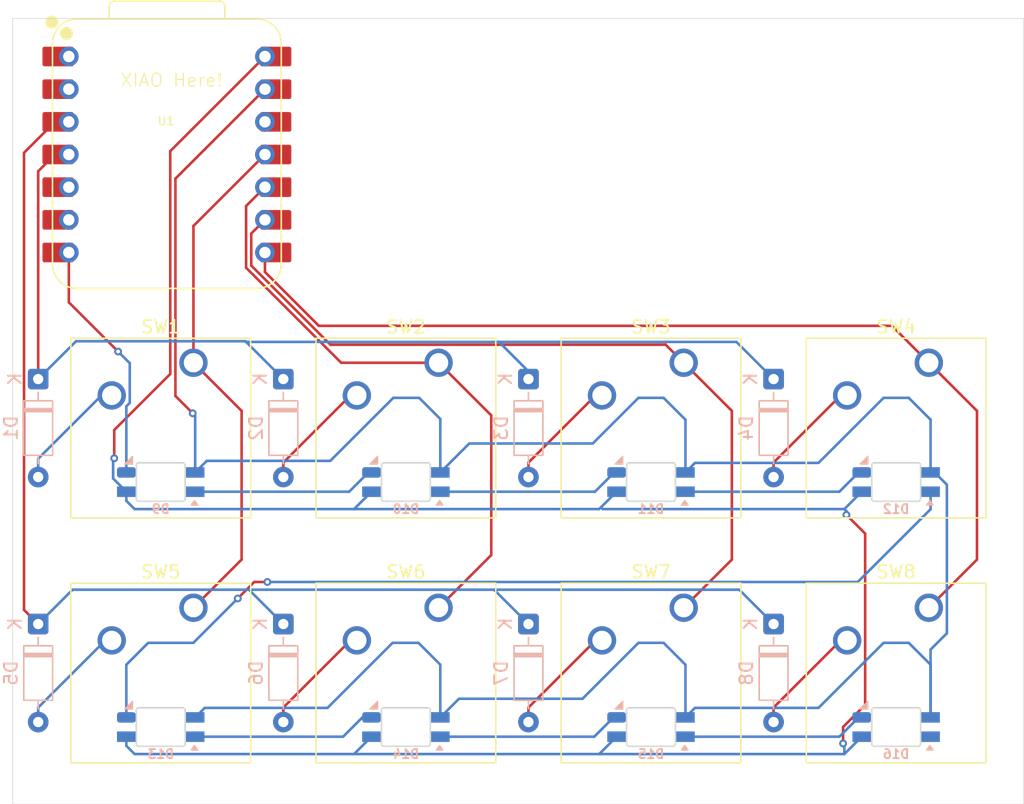
<source format=kicad_pcb>
(kicad_pcb (version 20241229) (generator "pcbnew") (generator_version "9.0")
  (layers (0 "F.Cu" signal) (2 "B.Cu" signal) (13 "F.Paste" user) (15 "B.Paste" user) (5 "F.SilkS" user "F.Silkscreen") (7 "B.SilkS" user "B.Silkscreen") (1 "F.Mask" user) (3 "B.Mask" user) (25 "Edge.Cuts" user))
  (net 0 "")
  (net 1 "GND")
  (net 2 "+5V")
  (net 3 "NEOPIXEL")
  (net 4 "Row 0")
  (net 5 "Net-(D10-DIN)")
  (net 6 "Net-(D3-A)")
  (net 7 "Net-(D4-A)")
  (net 8 "Net-(D5-A)")
  (net 9 "Net-(D10-DOUT)")
  (net 10 "Net-(D6-A)")
  (net 11 "Net-(D7-A)")
  (net 12 "Row 1")
  (net 13 "Net-(D8-A)")
  (net 14 "Net-(D11-DOUT)")
  (net 15 "Net-(D13-DOUT)")
  (net 16 "Net-(D14-DOUT)")
  (net 17 "Net-(D15-DOUT)")
  (net 18 "INT1")
  (net 19 "SDA")
  (net 21 "SCL")
  (net 22 "Column 0")
  (net 23 "Column 1")
  (net 24 "Column 2")
  (net 25 "Column 3")
  (net 26 "Net-(D1-A)")
  (net 27 "Net-(D2-A)")
  (net 28 "NEOPIXEL-OUT1")
  (net 29 "+3V3")
  (footprint "Seeed Studio XIAO Series Library:XIAO-RP2040-DIP" (layer "F.Cu") (at 85.791875 89.578125)
    (property "Reference" "U1" (at -0.07 -2.59625 0) (layer "F.SilkS") (effects (font (size 0.635 0.635) (thickness 0.1016))))
    (property "Value" "XIAO-RP2040-DIP")
    (pad "1" smd roundrect (at -8.455 -7.62 180) (size 2.432 1.524) (layers "F.Cu" "F.Mask") (roundrect_rratio 0.1))
    (pad "1" thru_hole circle (at -7.62 -7.62 180) (size 1.524 1.524) (drill 0.889) (layers "*.Cu" "*.Mask"))
    (pad "2" smd roundrect (at -8.455 -5.08 180) (size 2.432 1.524) (layers "F.Cu" "F.Mask") (roundrect_rratio 0.1) (net 18 "INT1"))
    (pad "2" thru_hole circle (at -7.62 -5.08 180) (size 1.524 1.524) (drill 0.889) (layers "*.Cu" "*.Mask") (net 18 "INT1"))
    (pad "3" smd roundrect (at -8.455 -2.54 180) (size 2.432 1.524) (layers "F.Cu" "F.Mask") (roundrect_rratio 0.1) (net 12 "Row 1"))
    (pad "3" thru_hole circle (at -7.62 -2.54 180) (size 1.524 1.524) (drill 0.889) (layers "*.Cu" "*.Mask") (net 12 "Row 1"))
    (pad "4" smd roundrect (at -8.455 0 180) (size 2.432 1.524) (layers "F.Cu" "F.Mask") (roundrect_rratio 0.1) (net 4 "Row 0"))
    (pad "4" thru_hole circle (at -7.62 0 180) (size 1.524 1.524) (drill 0.889) (layers "*.Cu" "*.Mask") (net 4 "Row 0"))
    (pad "5" smd roundrect (at -8.455 2.54 180) (size 2.432 1.524) (layers "F.Cu" "F.Mask") (roundrect_rratio 0.1) (net 19 "SDA"))
    (pad "5" thru_hole circle (at -7.62 2.54 180) (size 1.524 1.524) (drill 0.889) (layers "*.Cu" "*.Mask") (net 19 "SDA"))
    (pad "6" smd roundrect (at -8.455 5.08 180) (size 2.432 1.524) (layers "F.Cu" "F.Mask") (roundrect_rratio 0.1) (net 21 "SCL"))
    (pad "6" thru_hole circle (at -7.62 5.08 180) (size 1.524 1.524) (drill 0.889) (layers "*.Cu" "*.Mask") (net 21 "SCL"))
    (pad "7" smd roundrect (at -8.455 7.62 180) (size 2.432 1.524) (layers "F.Cu" "F.Mask") (roundrect_rratio 0.1) (net 3 "NEOPIXEL"))
    (pad "7" thru_hole circle (at -7.62 7.62 180) (size 1.524 1.524) (drill 0.889) (layers "*.Cu" "*.Mask") (net 3 "NEOPIXEL"))
    (pad "8" thru_hole circle (at 7.62 7.62) (size 1.524 1.524) (drill 0.889) (layers "*.Cu" "*.Mask") (net 25 "Column 3"))
    (pad "8" smd roundrect (at 8.455 7.62) (size 2.432 1.524) (layers "F.Cu" "F.Mask") (roundrect_rratio 0.1) (net 25 "Column 3"))
    (pad "9" thru_hole circle (at 7.62 5.08) (size 1.524 1.524) (drill 0.889) (layers "*.Cu" "*.Mask") (net 24 "Column 2"))
    (pad "9" smd roundrect (at 8.455 5.08) (size 2.432 1.524) (layers "F.Cu" "F.Mask") (roundrect_rratio 0.1) (net 24 "Column 2"))
    (pad "10" thru_hole circle (at 7.62 2.54) (size 1.524 1.524) (drill 0.889) (layers "*.Cu" "*.Mask") (net 23 "Column 1"))
    (pad "10" smd roundrect (at 8.455 2.54) (size 2.432 1.524) (layers "F.Cu" "F.Mask") (roundrect_rratio 0.1) (net 23 "Column 1"))
    (pad "11" thru_hole circle (at 7.62 0) (size 1.524 1.524) (drill 0.889) (layers "*.Cu" "*.Mask") (net 22 "Column 0"))
    (pad "11" smd roundrect (at 8.455 0) (size 2.432 1.524) (layers "F.Cu" "F.Mask") (roundrect_rratio 0.1) (net 22 "Column 0"))
    (pad "12" thru_hole circle (at 7.62 -2.54) (size 1.524 1.524) (drill 0.889) (layers "*.Cu" "*.Mask") (net 29 "+3V3"))
    (pad "12" smd roundrect (at 8.455 -2.54) (size 2.432 1.524) (layers "F.Cu" "F.Mask") (roundrect_rratio 0.1) (net 29 "+3V3"))
    (pad "13" thru_hole circle (at 7.62 -5.08) (size 1.524 1.524) (drill 0.889) (layers "*.Cu" "*.Mask") (net 1 "GND"))
    (pad "13" smd roundrect (at 8.455 -5.08) (size 2.432 1.524) (layers "F.Cu" "F.Mask") (roundrect_rratio 0.1) (net 1 "GND"))
    (pad "14" thru_hole circle (at 7.62 -7.62) (size 1.524 1.524) (drill 0.889) (layers "*.Cu" "*.Mask") (net 2 "+5V"))
    (pad "14" smd roundrect (at 8.455 -7.62) (size 2.432 1.524) (layers "F.Cu" "F.Mask") (roundrect_rratio 0.1) (net 2 "+5V"))
  )
  (footprint "CherryMX3d:SW_Cherry_MX_1.00u_PCB" (layer "F.Cu") (at 106.905625 105.770625)
    (property "Reference" "SW2" (at -2.54 -2.794 0) (layer "F.SilkS"))
    (property "Value" "SW_Push_45deg")
    (pad "" np_thru_hole circle (at -7.62 5.08) (size 1.7 1.7) (drill 1.7) (layers "*.Cu" "*.Mask"))
    (pad "" np_thru_hole circle (at -2.54 5.08) (size 4 4) (drill 4) (layers "*.Cu" "*.Mask"))
    (pad "" np_thru_hole circle (at 2.54 5.08) (size 1.7 1.7) (drill 1.7) (layers "*.Cu" "*.Mask"))
    (pad "1" thru_hole circle (at 0 0) (size 2.2 2.2) (drill 1.5) (layers "*.Cu" "*.Mask") (net 23 "Column 1"))
    (pad "2" thru_hole circle (at -6.35 2.54) (size 2.2 2.2) (drill 1.5) (layers "*.Cu" "*.Mask") (net 27 "Net-(D2-A)"))
  )
  (footprint "CherryMX3d:SW_Cherry_MX_1.00u_PCB" (layer "F.Cu") (at 87.855625 124.820625)
    (property "Reference" "SW5" (at -2.54 -2.794 0) (layer "F.SilkS"))
    (property "Value" "SW_Push_45deg")
    (pad "" np_thru_hole circle (at -7.62 5.08) (size 1.7 1.7) (drill 1.7) (layers "*.Cu" "*.Mask"))
    (pad "" np_thru_hole circle (at -2.54 5.08) (size 4 4) (drill 4) (layers "*.Cu" "*.Mask"))
    (pad "" np_thru_hole circle (at 2.54 5.08) (size 1.7 1.7) (drill 1.7) (layers "*.Cu" "*.Mask"))
    (pad "1" thru_hole circle (at 0 0) (size 2.2 2.2) (drill 1.5) (layers "*.Cu" "*.Mask") (net 22 "Column 0"))
    (pad "2" thru_hole circle (at -6.35 2.54) (size 2.2 2.2) (drill 1.5) (layers "*.Cu" "*.Mask") (net 8 "Net-(D5-A)"))
  )
  (footprint "CherryMX3d:SW_Cherry_MX_1.00u_PCB" (layer "F.Cu") (at 125.955625 124.820625)
    (property "Reference" "SW7" (at -2.54 -2.794 0) (layer "F.SilkS"))
    (property "Value" "SW_Push_45deg")
    (pad "" np_thru_hole circle (at -7.62 5.08) (size 1.7 1.7) (drill 1.7) (layers "*.Cu" "*.Mask"))
    (pad "" np_thru_hole circle (at -2.54 5.08) (size 4 4) (drill 4) (layers "*.Cu" "*.Mask"))
    (pad "" np_thru_hole circle (at 2.54 5.08) (size 1.7 1.7) (drill 1.7) (layers "*.Cu" "*.Mask"))
    (pad "1" thru_hole circle (at 0 0) (size 2.2 2.2) (drill 1.5) (layers "*.Cu" "*.Mask") (net 24 "Column 2"))
    (pad "2" thru_hole circle (at -6.35 2.54) (size 2.2 2.2) (drill 1.5) (layers "*.Cu" "*.Mask") (net 11 "Net-(D7-A)"))
  )
  (footprint "CherryMX3d:SW_Cherry_MX_1.00u_PCB" (layer "F.Cu") (at 87.855625 105.770625)
    (property "Reference" "SW1" (at -2.54 -2.794 0) (layer "F.SilkS"))
    (property "Value" "SW_Push_45deg")
    (pad "" np_thru_hole circle (at -7.62 5.08) (size 1.7 1.7) (drill 1.7) (layers "*.Cu" "*.Mask"))
    (pad "" np_thru_hole circle (at -2.54 5.08) (size 4 4) (drill 4) (layers "*.Cu" "*.Mask"))
    (pad "" np_thru_hole circle (at 2.54 5.08) (size 1.7 1.7) (drill 1.7) (layers "*.Cu" "*.Mask"))
    (pad "1" thru_hole circle (at 0 0) (size 2.2 2.2) (drill 1.5) (layers "*.Cu" "*.Mask") (net 22 "Column 0"))
    (pad "2" thru_hole circle (at -6.35 2.54) (size 2.2 2.2) (drill 1.5) (layers "*.Cu" "*.Mask") (net 26 "Net-(D1-A)"))
  )
  (footprint "CherryMX3d:SW_Cherry_MX_1.00u_PCB" (layer "F.Cu") (at 125.955625 105.770625)
    (property "Reference" "SW3" (at -2.54 -2.794 0) (layer "F.SilkS"))
    (property "Value" "SW_Push_45deg")
    (pad "" np_thru_hole circle (at -7.62 5.08) (size 1.7 1.7) (drill 1.7) (layers "*.Cu" "*.Mask"))
    (pad "" np_thru_hole circle (at -2.54 5.08) (size 4 4) (drill 4) (layers "*.Cu" "*.Mask"))
    (pad "" np_thru_hole circle (at 2.54 5.08) (size 1.7 1.7) (drill 1.7) (layers "*.Cu" "*.Mask"))
    (pad "1" thru_hole circle (at 0 0) (size 2.2 2.2) (drill 1.5) (layers "*.Cu" "*.Mask") (net 24 "Column 2"))
    (pad "2" thru_hole circle (at -6.35 2.54) (size 2.2 2.2) (drill 1.5) (layers "*.Cu" "*.Mask") (net 6 "Net-(D3-A)"))
  )
  (footprint "CherryMX3d:SW_Cherry_MX_1.00u_PCB" (layer "F.Cu") (at 145.005625 124.820625)
    (property "Reference" "SW8" (at -2.54 -2.794 0) (layer "F.SilkS"))
    (property "Value" "SW_Push_45deg")
    (pad "" np_thru_hole circle (at -7.62 5.08) (size 1.7 1.7) (drill 1.7) (layers "*.Cu" "*.Mask"))
    (pad "" np_thru_hole circle (at -2.54 5.08) (size 4 4) (drill 4) (layers "*.Cu" "*.Mask"))
    (pad "" np_thru_hole circle (at 2.54 5.08) (size 1.7 1.7) (drill 1.7) (layers "*.Cu" "*.Mask"))
    (pad "1" thru_hole circle (at 0 0) (size 2.2 2.2) (drill 1.5) (layers "*.Cu" "*.Mask") (net 25 "Column 3"))
    (pad "2" thru_hole circle (at -6.35 2.54) (size 2.2 2.2) (drill 1.5) (layers "*.Cu" "*.Mask") (net 13 "Net-(D8-A)"))
  )
  (footprint "CherryMX3d:SW_Cherry_MX_1.00u_PCB" (layer "F.Cu") (at 106.905625 124.820625)
    (property "Reference" "SW6" (at -2.54 -2.794 0) (layer "F.SilkS"))
    (property "Value" "SW_Push_45deg")
    (pad "" np_thru_hole circle (at -7.62 5.08) (size 1.7 1.7) (drill 1.7) (layers "*.Cu" "*.Mask"))
    (pad "" np_thru_hole circle (at -2.54 5.08) (size 4 4) (drill 4) (layers "*.Cu" "*.Mask"))
    (pad "" np_thru_hole circle (at 2.54 5.08) (size 1.7 1.7) (drill 1.7) (layers "*.Cu" "*.Mask"))
    (pad "1" thru_hole circle (at 0 0) (size 2.2 2.2) (drill 1.5) (layers "*.Cu" "*.Mask") (net 23 "Column 1"))
    (pad "2" thru_hole circle (at -6.35 2.54) (size 2.2 2.2) (drill 1.5) (layers "*.Cu" "*.Mask") (net 10 "Net-(D6-A)"))
  )
  (footprint "CherryMX3d:SW_Cherry_MX_1.00u_PCB" (layer "F.Cu") (at 145.005625 105.770625)
    (property "Reference" "SW4" (at -2.54 -2.794 0) (layer "F.SilkS"))
    (property "Value" "SW_Push_45deg")
    (pad "" np_thru_hole circle (at -7.62 5.08) (size 1.7 1.7) (drill 1.7) (layers "*.Cu" "*.Mask"))
    (pad "" np_thru_hole circle (at -2.54 5.08) (size 4 4) (drill 4) (layers "*.Cu" "*.Mask"))
    (pad "" np_thru_hole circle (at 2.54 5.08) (size 1.7 1.7) (drill 1.7) (layers "*.Cu" "*.Mask"))
    (pad "1" thru_hole circle (at 0 0) (size 2.2 2.2) (drill 1.5) (layers "*.Cu" "*.Mask") (net 25 "Column 3"))
    (pad "2" thru_hole circle (at -6.35 2.54) (size 2.2 2.2) (drill 1.5) (layers "*.Cu" "*.Mask") (net 7 "Net-(D4-A)"))
  )
  (footprint "Diode_THT:D_DO-35_SOD27_P7.62mm_Horizontal" (layer "B.Cu") (at 94.840625 107.040625 -90)
    (property "Reference" "D2" (at 3.81 2.12 90) (layer "B.SilkS") (effects (justify mirror)))
    (property "Value" "Diode")
    (fp_text user "K" (at 0 1.8 90) (layer "B.SilkS") (effects (justify mirror)))
    (pad "1" thru_hole roundrect (at 0 0 270) (size 1.6 1.6) (drill 0.8) (layers "*.Cu" "*.Mask") (roundrect_rratio 0.15625) (net 4 "Row 0"))
    (pad "2" thru_hole circle (at 7.62 0 270) (size 1.6 1.6) (drill 0.8) (layers "*.Cu" "*.Mask") (net 27 "Net-(D2-A)"))
  )
  (footprint "Diode_THT:D_DO-35_SOD27_P7.62mm_Horizontal" (layer "B.Cu") (at 132.940625 107.040625 -90)
    (property "Reference" "D4" (at 3.81 2.12 90) (layer "B.SilkS") (effects (justify mirror)))
    (property "Value" "Diode")
    (fp_text user "K" (at 0 1.8 90) (layer "B.SilkS") (effects (justify mirror)))
    (pad "1" thru_hole roundrect (at 0 0 270) (size 1.6 1.6) (drill 0.8) (layers "*.Cu" "*.Mask") (roundrect_rratio 0.15625) (net 4 "Row 0"))
    (pad "2" thru_hole circle (at 7.62 0 270) (size 1.6 1.6) (drill 0.8) (layers "*.Cu" "*.Mask") (net 7 "Net-(D4-A)"))
  )
  (footprint "Diode_THT:D_DO-35_SOD27_P7.62mm_Horizontal" (layer "B.Cu") (at 132.940625 126.090625 -90)
    (property "Reference" "D8" (at 3.81 2.12 90) (layer "B.SilkS") (effects (justify mirror)))
    (property "Value" "Diode")
    (fp_text user "K" (at 0 1.8 90) (layer "B.SilkS") (effects (justify mirror)))
    (pad "1" thru_hole roundrect (at 0 0 270) (size 1.6 1.6) (drill 0.8) (layers "*.Cu" "*.Mask") (roundrect_rratio 0.15625) (net 12 "Row 1"))
    (pad "2" thru_hole circle (at 7.62 0 270) (size 1.6 1.6) (drill 0.8) (layers "*.Cu" "*.Mask") (net 13 "Net-(D8-A)"))
  )
  (footprint "SK6812-MINI-E:SK6812-MINI-E" (layer "B.Cu") (at 123.415625 134.1 180)
    (property "Reference" "D15" (at 0 -2.1 0) (layer "B.SilkS") (effects (font (size 0.7 0.7)) (justify mirror)))
    (property "Value" "SK6812MINI" (hide yes))
    (fp_line (start 1.9 1.3) (end 1.9 -1.3) (stroke (width 0.12)) (layer "Edge.Cuts"))
    (fp_line (start 1.7 -1.5) (end -1.7 -1.5) (stroke (width 0.12)) (layer "Edge.Cuts"))
    (fp_line (start -1.7 1.5) (end 1.7 1.5) (stroke (width 0.12)) (layer "Edge.Cuts"))
    (fp_line (start -1.9 -1.3) (end -1.9 1.3) (stroke (width 0.12)) (layer "Edge.Cuts"))
    (fp_arc (start 1.9 1.3) (mid 1.841421 1.441421) (end 1.7 1.5) (stroke (width 0.12)) (layer "Edge.Cuts"))
    (fp_arc (start 1.7 -1.5) (mid 1.841421 -1.441421) (end 1.9 -1.3) (stroke (width 0.12)) (layer "Edge.Cuts"))
    (fp_arc (start -1.7 1.5) (mid -1.841421 1.441421) (end -1.9 1.3) (stroke (width 0.12)) (layer "Edge.Cuts"))
    (fp_arc (start -1.9 -1.3) (mid -1.841421 -1.441421) (end -1.7 -1.5) (stroke (width 0.12)) (layer "Edge.Cuts"))
    (pad "1" smd rect (at -2.675 -0.75 180) (size 1.45 0.82) (layers "B.Cu" "B.Mask" "B.Paste") (net 17 "Net-(D15-DOUT)"))
    (pad "2" smd rect (at -2.675 0.75 180) (size 1.45 0.82) (layers "B.Cu" "B.Mask" "B.Paste") (net 1 "GND"))
    (pad "3" smd roundrect (at 2.675 0.75 180) (size 1.45 0.82) (layers "B.Cu" "B.Mask" "B.Paste") (net 16 "Net-(D14-DOUT)"))
    (pad "4" smd rect (at 2.675 -0.75 180) (size 1.45 0.82) (layers "B.Cu" "B.Mask" "B.Paste") (net 2 "+5V"))
  )
  (footprint "SK6812-MINI-E:SK6812-MINI-E" (layer "B.Cu") (at 104.365625 115.05 180)
    (property "Reference" "D10" (at 0 -2.1 0) (layer "B.SilkS") (effects (font (size 0.7 0.7)) (justify mirror)))
    (property "Value" "SK6812MINI" (hide yes))
    (fp_line (start 1.9 1.3) (end 1.9 -1.3) (stroke (width 0.12)) (layer "Edge.Cuts"))
    (fp_line (start 1.7 -1.5) (end -1.7 -1.5) (stroke (width 0.12)) (layer "Edge.Cuts"))
    (fp_line (start -1.7 1.5) (end 1.7 1.5) (stroke (width 0.12)) (layer "Edge.Cuts"))
    (fp_line (start -1.9 -1.3) (end -1.9 1.3) (stroke (width 0.12)) (layer "Edge.Cuts"))
    (fp_arc (start 1.9 1.3) (mid 1.841421 1.441421) (end 1.7 1.5) (stroke (width 0.12)) (layer "Edge.Cuts"))
    (fp_arc (start 1.7 -1.5) (mid 1.841421 -1.441421) (end 1.9 -1.3) (stroke (width 0.12)) (layer "Edge.Cuts"))
    (fp_arc (start -1.7 1.5) (mid -1.841421 1.441421) (end -1.9 1.3) (stroke (width 0.12)) (layer "Edge.Cuts"))
    (fp_arc (start -1.9 -1.3) (mid -1.841421 -1.441421) (end -1.7 -1.5) (stroke (width 0.12)) (layer "Edge.Cuts"))
    (pad "1" smd rect (at -2.675 -0.75 180) (size 1.45 0.82) (layers "B.Cu" "B.Mask" "B.Paste") (net 9 "Net-(D10-DOUT)"))
    (pad "2" smd rect (at -2.675 0.75 180) (size 1.45 0.82) (layers "B.Cu" "B.Mask" "B.Paste") (net 1 "GND"))
    (pad "3" smd roundrect (at 2.675 0.75 180) (size 1.45 0.82) (layers "B.Cu" "B.Mask" "B.Paste") (net 5 "Net-(D10-DIN)"))
    (pad "4" smd rect (at 2.675 -0.75 180) (size 1.45 0.82) (layers "B.Cu" "B.Mask" "B.Paste") (net 2 "+5V"))
  )
  (footprint "Diode_THT:D_DO-35_SOD27_P7.62mm_Horizontal" (layer "B.Cu") (at 75.790625 107.040625 -90)
    (property "Reference" "D1" (at 3.81 2.12 90) (layer "B.SilkS") (effects (justify mirror)))
    (property "Value" "Diode")
    (fp_text user "K" (at 0 1.8 90) (layer "B.SilkS") (effects (justify mirror)))
    (pad "1" thru_hole roundrect (at 0 0 270) (size 1.6 1.6) (drill 0.8) (layers "*.Cu" "*.Mask") (roundrect_rratio 0.15625) (net 4 "Row 0"))
    (pad "2" thru_hole circle (at 7.62 0 270) (size 1.6 1.6) (drill 0.8) (layers "*.Cu" "*.Mask") (net 26 "Net-(D1-A)"))
  )
  (footprint "SK6812-MINI-E:SK6812-MINI-E" (layer "B.Cu") (at 85.315625 134.1 180)
    (property "Reference" "D13" (at 0 -2.1 0) (layer "B.SilkS") (effects (font (size 0.7 0.7)) (justify mirror)))
    (property "Value" "SK6812MINI" (hide yes))
    (fp_line (start 1.9 1.3) (end 1.9 -1.3) (stroke (width 0.12)) (layer "Edge.Cuts"))
    (fp_line (start 1.7 -1.5) (end -1.7 -1.5) (stroke (width 0.12)) (layer "Edge.Cuts"))
    (fp_line (start -1.7 1.5) (end 1.7 1.5) (stroke (width 0.12)) (layer "Edge.Cuts"))
    (fp_line (start -1.9 -1.3) (end -1.9 1.3) (stroke (width 0.12)) (layer "Edge.Cuts"))
    (fp_arc (start 1.9 1.3) (mid 1.841421 1.441421) (end 1.7 1.5) (stroke (width 0.12)) (layer "Edge.Cuts"))
    (fp_arc (start 1.7 -1.5) (mid 1.841421 -1.441421) (end 1.9 -1.3) (stroke (width 0.12)) (layer "Edge.Cuts"))
    (fp_arc (start -1.7 1.5) (mid -1.841421 1.441421) (end -1.9 1.3) (stroke (width 0.12)) (layer "Edge.Cuts"))
    (fp_arc (start -1.9 -1.3) (mid -1.841421 -1.441421) (end -1.7 -1.5) (stroke (width 0.12)) (layer "Edge.Cuts"))
    (pad "1" smd rect (at -2.675 -0.75 180) (size 1.45 0.82) (layers "B.Cu" "B.Mask" "B.Paste") (net 15 "Net-(D13-DOUT)"))
    (pad "2" smd rect (at -2.675 0.75 180) (size 1.45 0.82) (layers "B.Cu" "B.Mask" "B.Paste") (net 1 "GND"))
    (pad "3" smd roundrect (at 2.675 0.75 180) (size 1.45 0.82) (layers "B.Cu" "B.Mask" "B.Paste") (net 28 "NEOPIXEL-OUT1"))
    (pad "4" smd rect (at 2.675 -0.75 180) (size 1.45 0.82) (layers "B.Cu" "B.Mask" "B.Paste") (net 2 "+5V"))
  )
  (footprint "Diode_THT:D_DO-35_SOD27_P7.62mm_Horizontal" (layer "B.Cu") (at 94.840625 126.090625 -90)
    (property "Reference" "D6" (at 3.81 2.12 90) (layer "B.SilkS") (effects (justify mirror)))
    (property "Value" "Diode")
    (fp_text user "K" (at 0 1.8 90) (layer "B.SilkS") (effects (justify mirror)))
    (pad "1" thru_hole roundrect (at 0 0 270) (size 1.6 1.6) (drill 0.8) (layers "*.Cu" "*.Mask") (roundrect_rratio 0.15625) (net 12 "Row 1"))
    (pad "2" thru_hole circle (at 7.62 0 270) (size 1.6 1.6) (drill 0.8) (layers "*.Cu" "*.Mask") (net 10 "Net-(D6-A)"))
  )
  (footprint "Diode_THT:D_DO-35_SOD27_P7.62mm_Horizontal" (layer "B.Cu") (at 113.890625 126.090625 -90)
    (property "Reference" "D7" (at 3.81 2.12 90) (layer "B.SilkS") (effects (justify mirror)))
    (property "Value" "Diode")
    (fp_text user "K" (at 0 1.8 90) (layer "B.SilkS") (effects (justify mirror)))
    (pad "1" thru_hole roundrect (at 0 0 270) (size 1.6 1.6) (drill 0.8) (layers "*.Cu" "*.Mask") (roundrect_rratio 0.15625) (net 12 "Row 1"))
    (pad "2" thru_hole circle (at 7.62 0 270) (size 1.6 1.6) (drill 0.8) (layers "*.Cu" "*.Mask") (net 11 "Net-(D7-A)"))
  )
  (footprint "SK6812-MINI-E:SK6812-MINI-E" (layer "B.Cu") (at 85.315625 115.05 180)
    (property "Reference" "D9" (at 0 -2.1 0) (layer "B.SilkS") (effects (font (size 0.7 0.7)) (justify mirror)))
    (property "Value" "SK6812MINI" (hide yes))
    (fp_line (start 1.9 1.3) (end 1.9 -1.3) (stroke (width 0.12)) (layer "Edge.Cuts"))
    (fp_line (start 1.7 -1.5) (end -1.7 -1.5) (stroke (width 0.12)) (layer "Edge.Cuts"))
    (fp_line (start -1.7 1.5) (end 1.7 1.5) (stroke (width 0.12)) (layer "Edge.Cuts"))
    (fp_line (start -1.9 -1.3) (end -1.9 1.3) (stroke (width 0.12)) (layer "Edge.Cuts"))
    (fp_arc (start 1.9 1.3) (mid 1.841421 1.441421) (end 1.7 1.5) (stroke (width 0.12)) (layer "Edge.Cuts"))
    (fp_arc (start 1.7 -1.5) (mid 1.841421 -1.441421) (end 1.9 -1.3) (stroke (width 0.12)) (layer "Edge.Cuts"))
    (fp_arc (start -1.7 1.5) (mid -1.841421 1.441421) (end -1.9 1.3) (stroke (width 0.12)) (layer "Edge.Cuts"))
    (fp_arc (start -1.9 -1.3) (mid -1.841421 -1.441421) (end -1.7 -1.5) (stroke (width 0.12)) (layer "Edge.Cuts"))
    (pad "1" smd rect (at -2.675 -0.75 180) (size 1.45 0.82) (layers "B.Cu" "B.Mask" "B.Paste") (net 5 "Net-(D10-DIN)"))
    (pad "2" smd rect (at -2.675 0.75 180) (size 1.45 0.82) (layers "B.Cu" "B.Mask" "B.Paste") (net 1 "GND"))
    (pad "3" smd roundrect (at 2.675 0.75 180) (size 1.45 0.82) (layers "B.Cu" "B.Mask" "B.Paste") (net 3 "NEOPIXEL"))
    (pad "4" smd rect (at 2.675 -0.75 180) (size 1.45 0.82) (layers "B.Cu" "B.Mask" "B.Paste") (net 2 "+5V"))
  )
  (footprint "SK6812-MINI-E:SK6812-MINI-E" (layer "B.Cu") (at 123.415625 115.05 180)
    (property "Reference" "D11" (at 0 -2.1 0) (layer "B.SilkS") (effects (font (size 0.7 0.7)) (justify mirror)))
    (property "Value" "SK6812MINI" (hide yes))
    (fp_line (start 1.9 1.3) (end 1.9 -1.3) (stroke (width 0.12)) (layer "Edge.Cuts"))
    (fp_line (start 1.7 -1.5) (end -1.7 -1.5) (stroke (width 0.12)) (layer "Edge.Cuts"))
    (fp_line (start -1.7 1.5) (end 1.7 1.5) (stroke (width 0.12)) (layer "Edge.Cuts"))
    (fp_line (start -1.9 -1.3) (end -1.9 1.3) (stroke (width 0.12)) (layer "Edge.Cuts"))
    (fp_arc (start 1.9 1.3) (mid 1.841421 1.441421) (end 1.7 1.5) (stroke (width 0.12)) (layer "Edge.Cuts"))
    (fp_arc (start 1.7 -1.5) (mid 1.841421 -1.441421) (end 1.9 -1.3) (stroke (width 0.12)) (layer "Edge.Cuts"))
    (fp_arc (start -1.7 1.5) (mid -1.841421 1.441421) (end -1.9 1.3) (stroke (width 0.12)) (layer "Edge.Cuts"))
    (fp_arc (start -1.9 -1.3) (mid -1.841421 -1.441421) (end -1.7 -1.5) (stroke (width 0.12)) (layer "Edge.Cuts"))
    (pad "1" smd rect (at -2.675 -0.75 180) (size 1.45 0.82) (layers "B.Cu" "B.Mask" "B.Paste") (net 14 "Net-(D11-DOUT)"))
    (pad "2" smd rect (at -2.675 0.75 180) (size 1.45 0.82) (layers "B.Cu" "B.Mask" "B.Paste") (net 1 "GND"))
    (pad "3" smd roundrect (at 2.675 0.75 180) (size 1.45 0.82) (layers "B.Cu" "B.Mask" "B.Paste") (net 9 "Net-(D10-DOUT)"))
    (pad "4" smd rect (at 2.675 -0.75 180) (size 1.45 0.82) (layers "B.Cu" "B.Mask" "B.Paste") (net 2 "+5V"))
  )
  (footprint "SK6812-MINI-E:SK6812-MINI-E" (layer "B.Cu") (at 104.365625 134.1 180)
    (property "Reference" "D14" (at 0 -2.1 0) (layer "B.SilkS") (effects (font (size 0.7 0.7)) (justify mirror)))
    (property "Value" "SK6812MINI" (hide yes))
    (fp_line (start 1.9 1.3) (end 1.9 -1.3) (stroke (width 0.12)) (layer "Edge.Cuts"))
    (fp_line (start 1.7 -1.5) (end -1.7 -1.5) (stroke (width 0.12)) (layer "Edge.Cuts"))
    (fp_line (start -1.7 1.5) (end 1.7 1.5) (stroke (width 0.12)) (layer "Edge.Cuts"))
    (fp_line (start -1.9 -1.3) (end -1.9 1.3) (stroke (width 0.12)) (layer "Edge.Cuts"))
    (fp_arc (start 1.9 1.3) (mid 1.841421 1.441421) (end 1.7 1.5) (stroke (width 0.12)) (layer "Edge.Cuts"))
    (fp_arc (start 1.7 -1.5) (mid 1.841421 -1.441421) (end 1.9 -1.3) (stroke (width 0.12)) (layer "Edge.Cuts"))
    (fp_arc (start -1.7 1.5) (mid -1.841421 1.441421) (end -1.9 1.3) (stroke (width 0.12)) (layer "Edge.Cuts"))
    (fp_arc (start -1.9 -1.3) (mid -1.841421 -1.441421) (end -1.7 -1.5) (stroke (width 0.12)) (layer "Edge.Cuts"))
    (pad "1" smd rect (at -2.675 -0.75 180) (size 1.45 0.82) (layers "B.Cu" "B.Mask" "B.Paste") (net 16 "Net-(D14-DOUT)"))
    (pad "2" smd rect (at -2.675 0.75 180) (size 1.45 0.82) (layers "B.Cu" "B.Mask" "B.Paste") (net 1 "GND"))
    (pad "3" smd roundrect (at 2.675 0.75 180) (size 1.45 0.82) (layers "B.Cu" "B.Mask" "B.Paste") (net 15 "Net-(D13-DOUT)"))
    (pad "4" smd rect (at 2.675 -0.75 180) (size 1.45 0.82) (layers "B.Cu" "B.Mask" "B.Paste") (net 2 "+5V"))
  )
  (footprint "SK6812-MINI-E:SK6812-MINI-E" (layer "B.Cu") (at 142.465625 115.05 180)
    (property "Reference" "D12" (at 0 -2.1 0) (layer "B.SilkS") (effects (font (size 0.7 0.7)) (justify mirror)))
    (property "Value" "SK6812MINI" (hide yes))
    (fp_line (start 1.9 1.3) (end 1.9 -1.3) (stroke (width 0.12)) (layer "Edge.Cuts"))
    (fp_line (start 1.7 -1.5) (end -1.7 -1.5) (stroke (width 0.12)) (layer "Edge.Cuts"))
    (fp_line (start -1.7 1.5) (end 1.7 1.5) (stroke (width 0.12)) (layer "Edge.Cuts"))
    (fp_line (start -1.9 -1.3) (end -1.9 1.3) (stroke (width 0.12)) (layer "Edge.Cuts"))
    (fp_arc (start 1.9 1.3) (mid 1.841421 1.441421) (end 1.7 1.5) (stroke (width 0.12)) (layer "Edge.Cuts"))
    (fp_arc (start 1.7 -1.5) (mid 1.841421 -1.441421) (end 1.9 -1.3) (stroke (width 0.12)) (layer "Edge.Cuts"))
    (fp_arc (start -1.7 1.5) (mid -1.841421 1.441421) (end -1.9 1.3) (stroke (width 0.12)) (layer "Edge.Cuts"))
    (fp_arc (start -1.9 -1.3) (mid -1.841421 -1.441421) (end -1.7 -1.5) (stroke (width 0.12)) (layer "Edge.Cuts"))
    (pad "1" smd rect (at -2.675 -0.75 180) (size 1.45 0.82) (layers "B.Cu" "B.Mask" "B.Paste") (net 28 "NEOPIXEL-OUT1"))
    (pad "2" smd rect (at -2.675 0.75 180) (size 1.45 0.82) (layers "B.Cu" "B.Mask" "B.Paste") (net 1 "GND"))
    (pad "3" smd roundrect (at 2.675 0.75 180) (size 1.45 0.82) (layers "B.Cu" "B.Mask" "B.Paste") (net 14 "Net-(D11-DOUT)"))
    (pad "4" smd rect (at 2.675 -0.75 180) (size 1.45 0.82) (layers "B.Cu" "B.Mask" "B.Paste") (net 2 "+5V"))
  )
  (footprint "SK6812-MINI-E:SK6812-MINI-E" (layer "B.Cu") (at 142.465625 134.1 180)
    (property "Reference" "D16" (at 0 -2.1 0) (layer "B.SilkS") (effects (font (size 0.7 0.7)) (justify mirror)))
    (property "Value" "SK6812MINI" (hide yes))
    (fp_line (start 1.9 1.3) (end 1.9 -1.3) (stroke (width 0.12)) (layer "Edge.Cuts"))
    (fp_line (start 1.7 -1.5) (end -1.7 -1.5) (stroke (width 0.12)) (layer "Edge.Cuts"))
    (fp_line (start -1.7 1.5) (end 1.7 1.5) (stroke (width 0.12)) (layer "Edge.Cuts"))
    (fp_line (start -1.9 -1.3) (end -1.9 1.3) (stroke (width 0.12)) (layer "Edge.Cuts"))
    (fp_arc (start 1.9 1.3) (mid 1.841421 1.441421) (end 1.7 1.5) (stroke (width 0.12)) (layer "Edge.Cuts"))
    (fp_arc (start 1.7 -1.5) (mid 1.841421 -1.441421) (end 1.9 -1.3) (stroke (width 0.12)) (layer "Edge.Cuts"))
    (fp_arc (start -1.7 1.5) (mid -1.841421 1.441421) (end -1.9 1.3) (stroke (width 0.12)) (layer "Edge.Cuts"))
    (fp_arc (start -1.9 -1.3) (mid -1.841421 -1.441421) (end -1.7 -1.5) (stroke (width 0.12)) (layer "Edge.Cuts"))
    (pad "1" smd rect (at -2.675 -0.75 180) (size 1.45 0.82) (layers "B.Cu" "B.Mask" "B.Paste"))
    (pad "2" smd rect (at -2.675 0.75 180) (size 1.45 0.82) (layers "B.Cu" "B.Mask" "B.Paste") (net 1 "GND"))
    (pad "3" smd roundrect (at 2.675 0.75 180) (size 1.45 0.82) (layers "B.Cu" "B.Mask" "B.Paste") (net 17 "Net-(D15-DOUT)"))
    (pad "4" smd rect (at 2.675 -0.75 180) (size 1.45 0.82) (layers "B.Cu" "B.Mask" "B.Paste") (net 2 "+5V"))
  )
  (footprint "Diode_THT:D_DO-35_SOD27_P7.62mm_Horizontal" (layer "B.Cu") (at 113.890625 107.040625 -90)
    (property "Reference" "D3" (at 3.81 2.12 90) (layer "B.SilkS") (effects (justify mirror)))
    (property "Value" "Diode")
    (fp_text user "K" (at 0 1.8 90) (layer "B.SilkS") (effects (justify mirror)))
    (pad "1" thru_hole roundrect (at 0 0 270) (size 1.6 1.6) (drill 0.8) (layers "*.Cu" "*.Mask") (roundrect_rratio 0.15625) (net 4 "Row 0"))
    (pad "2" thru_hole circle (at 7.62 0 270) (size 1.6 1.6) (drill 0.8) (layers "*.Cu" "*.Mask") (net 6 "Net-(D3-A)"))
  )
  (footprint "Diode_THT:D_DO-35_SOD27_P7.62mm_Horizontal" (layer "B.Cu") (at 75.790625 126.090625 -90)
    (property "Reference" "D5" (at 3.81 2.12 90) (layer "B.SilkS") (effects (justify mirror)))
    (property "Value" "Diode")
    (fp_text user "K" (at 0 1.8 90) (layer "B.SilkS") (effects (justify mirror)))
    (pad "1" thru_hole roundrect (at 0 0 270) (size 1.6 1.6) (drill 0.8) (layers "*.Cu" "*.Mask") (roundrect_rratio 0.15625) (net 12 "Row 1"))
    (pad "2" thru_hole circle (at 7.62 0 270) (size 1.6 1.6) (drill 0.8) (layers "*.Cu" "*.Mask") (net 8 "Net-(D5-A)"))
  )
  (gr_rect (start 73.809375 79) (end 152.384375 140.09375) (stroke (width 0.05)) (fill no) (layer "Edge.Cuts"))
  (gr_text "XIAO Here!\n\n" (at 82.1 86 0) (layer "F.SilkS") (effects (font (size 1 1) (thickness 0.1)) (justify left bottom)))
  (segment (start 86.454625 91.455375) (end 86.454625 108.354625) (width 0.2) (layer "F.Cu") (net 1))
  (segment (start 86.454625 108.354625) (end 87.8 109.7) (width 0.2) (layer "F.Cu") (net 1))
  (segment (start 93.411875 84.498125) (end 86.454625 91.455375) (width 0.2) (layer "F.Cu") (net 1))
  (via (at 87.8 109.7) (size 0.6) (drill 0.3) (layers "F.Cu" "B.Cu") (net 1))
  (segment (start 143.439441 108.499625) (end 145.140625 110.200809) (width 0.2) (layer "B.Cu") (net 1))
  (segment (start 87.990625 114.3) (end 88.890625 113.4) (width 0.2) (layer "B.Cu") (net 1))
  (segment (start 145.140625 110.200809) (end 145.140625 114.3) (width 0.2) (layer "B.Cu") (net 1))
  (segment (start 118.889809 112.051625) (end 122.441809 108.499625) (width 0.2) (layer "B.Cu") (net 1))
  (segment (start 124.389441 108.499625) (end 126.090625 110.200809) (width 0.2) (layer "B.Cu") (net 1))
  (segment (start 109.289 112.051625) (end 118.889809 112.051625) (width 0.2) (layer "B.Cu") (net 1))
  (segment (start 98.491434 113.4) (end 103.391809 108.499625) (width 0.2) (layer "B.Cu") (net 1))
  (segment (start 88.890625 113.4) (end 98.491434 113.4) (width 0.2) (layer "B.Cu") (net 1))
  (segment (start 124.389441 127.549625) (end 126.090625 129.250809) (width 0.2) (layer "B.Cu") (net 1))
  (segment (start 126.831 113.559625) (end 136.431809 113.559625) (width 0.2) (layer "B.Cu") (net 1))
  (segment (start 141.491809 127.549625) (end 143.439441 127.549625) (width 0.2) (layer "B.Cu") (net 1))
  (segment (start 126.090625 114.3) (end 126.831 113.559625) (width 0.2) (layer "B.Cu") (net 1))
  (segment (start 126.090625 129.250809) (end 126.090625 133.35) (width 0.2) (layer "B.Cu") (net 1))
  (segment (start 146.406625 126.809155) (end 146.406625 115.251) (width 0.2) (layer "B.Cu") (net 1))
  (segment (start 88.731 132.609625) (end 98.275095 132.609625) (width 0.2) (layer "B.Cu") (net 1))
  (segment (start 136.431809 113.559625) (end 141.491809 108.499625) (width 0.2) (layer "B.Cu") (net 1))
  (segment (start 145.455625 114.3) (end 145.140625 114.3) (width 0.2) (layer "B.Cu") (net 1))
  (segment (start 122.441809 127.549625) (end 124.389441 127.549625) (width 0.2) (layer "B.Cu") (net 1))
  (segment (start 103.391809 108.499625) (end 105.396155 108.499625) (width 0.2) (layer "B.Cu") (net 1))
  (segment (start 141.491809 108.499625) (end 143.439441 108.499625) (width 0.2) (layer "B.Cu") (net 1))
  (segment (start 105.339441 127.549625) (end 107.040625 129.250809) (width 0.2) (layer "B.Cu") (net 1))
  (segment (start 87.990625 133.35) (end 88.731 132.609625) (width 0.2) (layer "B.Cu") (net 1))
  (segment (start 126.831 132.609625) (end 136.431809 132.609625) (width 0.2) (layer "B.Cu") (net 1))
  (segment (start 107.040625 133.35) (end 108.490625 131.9) (width 0.2) (layer "B.Cu") (net 1))
  (segment (start 145.140625 133.35) (end 145.140625 128.075155) (width 0.2) (layer "B.Cu") (net 1))
  (segment (start 146.406625 115.251) (end 145.455625 114.3) (width 0.2) (layer "B.Cu") (net 1))
  (segment (start 118.091434 131.9) (end 122.441809 127.549625) (width 0.2) (layer "B.Cu") (net 1))
  (segment (start 103.335095 127.549625) (end 105.339441 127.549625) (width 0.2) (layer "B.Cu") (net 1))
  (segment (start 126.090625 110.200809) (end 126.090625 114.3) (width 0.2) (layer "B.Cu") (net 1))
  (segment (start 126.090625 133.35) (end 126.831 132.609625) (width 0.2) (layer "B.Cu") (net 1))
  (segment (start 143.439441 127.549625) (end 145.140625 129.250809) (width 0.2) (layer "B.Cu") (net 1))
  (segment (start 107.040625 110.144095) (end 107.040625 114.3) (width 0.2) (layer "B.Cu") (net 1))
  (segment (start 107.040625 114.3) (end 109.289 112.051625) (width 0.2) (layer "B.Cu") (net 1))
  (segment (start 107.040625 129.250809) (end 107.040625 133.35) (width 0.2) (layer "B.Cu") (net 1))
  (segment (start 87.8 109.7) (end 87.990625 109.890625) (width 0.2) (layer "B.Cu") (net 1))
  (segment (start 98.275095 132.609625) (end 103.335095 127.549625) (width 0.2) (layer "B.Cu") (net 1))
  (segment (start 145.140625 128.075155) (end 146.406625 126.809155) (width 0.2) (layer "B.Cu") (net 1))
  (segment (start 122.441809 108.499625) (end 124.389441 108.499625) (width 0.2) (layer "B.Cu") (net 1))
  (segment (start 145.140625 129.250809) (end 145.140625 133.35) (width 0.2) (layer "B.Cu") (net 1))
  (segment (start 108.490625 131.9) (end 118.091434 131.9) (width 0.2) (layer "B.Cu") (net 1))
  (segment (start 105.396155 108.499625) (end 107.040625 110.144095) (width 0.2) (layer "B.Cu") (net 1))
  (segment (start 87.990625 109.890625) (end 87.990625 114.3) (width 0.2) (layer "B.Cu") (net 1))
  (segment (start 136.431809 132.609625) (end 141.491809 127.549625) (width 0.2) (layer "B.Cu") (net 1))
  (segment (start 81.7 111) (end 86.053625 106.646375) (width 0.2) (layer "F.Cu") (net 2))
  (segment (start 86.053625 106.646375) (end 86.053625 89.316375) (width 0.2) (layer "F.Cu") (net 2))
  (segment (start 138.341766 134.091168) (end 138.341766 135.376285) (width 0.2) (layer "F.Cu") (net 2))
  (segment (start 140.056625 132.376309) (end 138.341766 134.091168) (width 0.2) (layer "F.Cu") (net 2))
  (segment (start 140.056625 119.056625) (end 140.056625 132.376309) (width 0.2) (layer "F.Cu") (net 2))
  (segment (start 81.7 113.2) (end 81.7 111) (width 0.2) (layer "F.Cu") (net 2))
  (segment (start 138.6 117.6) (end 140.056625 119.056625) (width 0.2) (layer "F.Cu") (net 2))
  (segment (start 86.053625 89.316375) (end 93.411875 81.958125) (width 0.2) (layer "F.Cu") (net 2))
  (via (at 138.341766 135.376285) (size 0.6) (drill 0.3) (layers "F.Cu" "B.Cu") (net 2))
  (via (at 138.6 117.6) (size 0.6) (drill 0.3) (layers "F.Cu" "B.Cu") (net 2))
  (via (at 81.7 113.2) (size 0.6) (drill 0.3) (layers "F.Cu" "B.Cu") (net 2))
  (segment (start 119.389625 117.151) (end 119.520312 117.020312) (width 0.2) (layer "B.Cu") (net 2))
  (segment (start 119.520312 117.020312) (end 120.740625 115.8) (width 0.2) (layer "B.Cu") (net 2))
  (segment (start 81.614625 113.285375) (end 81.7 113.2) (width 0.2) (layer "B.Cu") (net 2))
  (segment (start 119.445312 136.145312) (end 120.740625 134.85) (width 0.2) (layer "B.Cu") (net 2))
  (segment (start 119.651 117.151) (end 138.439625 117.151) (width 0.2) (layer "B.Cu") (net 2))
  (segment (start 138.6 117.311375) (end 138.439625 117.151) (width 0.2) (layer "B.Cu") (net 2))
  (segment (start 119.389625 136.201) (end 119.445312 136.145312) (width 0.2) (layer "B.Cu") (net 2))
  (segment (start 100.339625 136.201) (end 100.420313 136.120313) (width 0.2) (layer "B.Cu") (net 2))
  (segment (start 119.445312 136.145312) (end 119.501 136.201) (width 0.2) (layer "B.Cu") (net 2))
  (segment (start 83.283891 136.201) (end 100.339625 136.201) (width 0.2) (layer "B.Cu") (net 2))
  (segment (start 100.339625 117.151) (end 119.389625 117.151) (width 0.2) (layer "B.Cu") (net 2))
  (segment (start 82.640625 115.8) (end 82.640625 116.507681) (width 0.2) (layer "B.Cu") (net 2))
  (segment (start 119.501 136.201) (end 138.439625 136.201) (width 0.2) (layer "B.Cu") (net 2))
  (segment (start 138.439625 135.474144) (end 138.341766 135.376285) (width 0.2) (layer "B.Cu") (net 2))
  (segment (start 119.520312 117.020312) (end 119.651 117.151) (width 0.2) (layer "B.Cu") (net 2))
  (segment (start 100.420313 136.120313) (end 101.690625 134.85) (width 0.2) (layer "B.Cu") (net 2))
  (segment (start 83.283944 117.151) (end 100.339625 117.151) (width 0.2) (layer "B.Cu") (net 2))
  (segment (start 82.640625 134.85) (end 82.640625 135.557734) (width 0.2) (layer "B.Cu") (net 2))
  (segment (start 82.640625 116.507681) (end 83.283944 117.151) (width 0.2) (layer "B.Cu") (net 2))
  (segment (start 138.439625 117.151) (end 139.790625 115.8) (width 0.2) (layer "B.Cu") (net 2))
  (segment (start 82.640625 135.557734) (end 83.283891 136.201) (width 0.2) (layer "B.Cu") (net 2))
  (segment (start 138.439625 136.201) (end 139.790625 134.85) (width 0.2) (layer "B.Cu") (net 2))
  (segment (start 100.339625 117.151) (end 101.690625 115.8) (width 0.2) (layer "B.Cu") (net 2))
  (segment (start 138.6 117.6) (end 138.6 117.311375) (width 0.2) (layer "B.Cu") (net 2))
  (segment (start 100.420313 136.120313) (end 100.501 136.201) (width 0.2) (layer "B.Cu") (net 2))
  (segment (start 100.501 136.201) (end 119.389625 136.201) (width 0.2) (layer "B.Cu") (net 2))
  (segment (start 82.640625 115.8) (end 81.614625 114.774) (width 0.2) (layer "B.Cu") (net 2))
  (segment (start 81.614625 114.774) (end 81.614625 113.285375) (width 0.2) (layer "B.Cu") (net 2))
  (segment (start 138.439625 136.201) (end 138.439625 135.474144) (width 0.2) (layer "B.Cu") (net 2))
  (segment (start 82 104.9) (end 78.171875 101.071875) (width 0.2) (layer "F.Cu") (net 3))
  (segment (start 78.171875 101.071875) (end 78.171875 97.198125) (width 0.2) (layer "F.Cu") (net 3))
  (via (at 82 104.9) (size 0.6) (drill 0.3) (layers "F.Cu" "B.Cu") (net 3))
  (segment (start 82.640625 109.156939) (end 82.906625 108.890939) (width 0.2) (layer "B.Cu") (net 3))
  (segment (start 82.906625 105.806625) (end 82 104.9) (width 0.2) (layer "B.Cu") (net 3))
  (segment (start 82.906625 108.890939) (end 82.906625 105.806625) (width 0.2) (layer "B.Cu") (net 3))
  (segment (start 82.640625 114.3) (end 82.640625 109.156939) (width 0.2) (layer "B.Cu") (net 3))
  (segment (start 75.790625 107.040625) (end 75.790625 90.881745) (width 0.2) (layer "F.Cu") (net 4))
  (segment (start 75.790625 90.881745) (end 77.094245 89.578125) (width 0.2) (layer "F.Cu") (net 4))
  (segment (start 77.094245 89.578125) (end 78.171875 89.578125) (width 0.2) (layer "F.Cu") (net 4))
  (segment (start 91.95 104.15) (end 94.840625 107.040625) (width 0.2) (layer "B.Cu") (net 4))
  (segment (start 78.73125 104.1) (end 91.9 104.1) (width 0.2) (layer "B.Cu") (net 4))
  (segment (start 91.9 104.1) (end 91.95 104.15) (width 0.2) (layer "B.Cu") (net 4))
  (segment (start 111.6 104.15) (end 130.05 104.15) (width 0.2) (layer "B.Cu") (net 4))
  (segment (start 130.05 104.15) (end 132.940625 107.040625) (width 0.2) (layer "B.Cu") (net 4))
  (segment (start 91.95 104.15) (end 111.6 104.15) (width 0.2) (layer "B.Cu") (net 4))
  (segment (start 113.890625 107.040625) (end 113.890625 106.440625) (width 0.2) (layer "B.Cu") (net 4))
  (segment (start 75.790625 107.040625) (end 78.73125 104.1) (width 0.2) (layer "B.Cu") (net 4))
  (segment (start 113.890625 106.440625) (end 111.6 104.15) (width 0.2) (layer "B.Cu") (net 4))
  (segment (start 99.953625 115.8) (end 101.453625 114.3) (width 0.2) (layer "B.Cu") (net 5))
  (segment (start 101.453625 114.3) (end 101.690625 114.3) (width 0.2) (layer "B.Cu") (net 5))
  (segment (start 87.990625 115.8) (end 99.953625 115.8) (width 0.2) (layer "B.Cu") (net 5))
  (segment (start 119.109255 108.310625) (end 119.605625 108.310625) (width 0.2) (layer "F.Cu") (net 6))
  (segment (start 113.890625 114.660625) (end 113.890625 113.529255) (width 0.2) (layer "F.Cu") (net 6))
  (segment (start 113.890625 113.529255) (end 119.109255 108.310625) (width 0.2) (layer "F.Cu") (net 6))
  (segment (start 132.940625 113.529255) (end 138.159255 108.310625) (width 0.2) (layer "F.Cu") (net 7))
  (segment (start 132.940625 114.660625) (end 132.940625 113.529255) (width 0.2) (layer "F.Cu") (net 7))
  (segment (start 138.159255 108.310625) (end 138.655625 108.310625) (width 0.2) (layer "F.Cu") (net 7))
  (segment (start 81.009255 127.360625) (end 81.505625 127.360625) (width 0.2) (layer "B.Cu") (net 8))
  (segment (start 75.790625 132.579255) (end 81.009255 127.360625) (width 0.2) (layer "B.Cu") (net 8))
  (segment (start 75.790625 133.710625) (end 75.790625 132.579255) (width 0.2) (layer "B.Cu") (net 8))
  (segment (start 119.057616 115.8) (end 120.557616 114.3) (width 0.2) (layer "B.Cu") (net 9))
  (segment (start 107.040625 115.8) (end 119.057616 115.8) (width 0.2) (layer "B.Cu") (net 9))
  (segment (start 120.557616 114.3) (end 120.740625 114.3) (width 0.2) (layer "B.Cu") (net 9))
  (segment (start 100.059255 127.360625) (end 100.555625 127.360625) (width 0.2) (layer "F.Cu") (net 10))
  (segment (start 94.840625 133.710625) (end 94.840625 132.579255) (width 0.2) (layer "F.Cu") (net 10))
  (segment (start 94.840625 132.579255) (end 100.059255 127.360625) (width 0.2) (layer "F.Cu") (net 10))
  (segment (start 119.109255 127.360625) (end 119.605625 127.360625) (width 0.2) (layer "F.Cu") (net 11))
  (segment (start 113.890625 133.710625) (end 113.890625 132.579255) (width 0.2) (layer "F.Cu") (net 11))
  (segment (start 113.890625 132.579255) (end 119.109255 127.360625) (width 0.2) (layer "F.Cu") (net 11))
  (segment (start 74.689625 89.442745) (end 77.094245 87.038125) (width 0.2) (layer "F.Cu") (net 12))
  (segment (start 75.790625 126.090625) (end 74.689625 124.989625) (width 0.2) (layer "F.Cu") (net 12))
  (segment (start 74.689625 124.989625) (end 74.689625 89.442745) (width 0.2) (layer "F.Cu") (net 12))
  (segment (start 77.094245 87.038125) (end 78.171875 87.038125) (width 0.2) (layer "F.Cu") (net 12))
  (segment (start 111.25 123.45) (end 111.280375 123.419625) (width 0.2) (layer "B.Cu") (net 12))
  (segment (start 92.169625 123.419625) (end 94.840625 126.090625) (width 0.2) (layer "B.Cu") (net 12))
  (segment (start 92.169625 123.419625) (end 111.219625 123.419625) (width 0.2) (layer "B.Cu") (net 12))
  (segment (start 111.219625 123.419625) (end 111.25 123.45) (width 0.2) (layer "B.Cu") (net 12))
  (segment (start 111.25 123.45) (end 113.890625 126.090625) (width 0.2) (layer "B.Cu") (net 12))
  (segment (start 130.269625 123.419625) (end 132.940625 126.090625) (width 0.2) (layer "B.Cu") (net 12))
  (segment (start 75.790625 126.090625) (end 78.461625 123.419625) (width 0.2) (layer "B.Cu") (net 12))
  (segment (start 111.280375 123.419625) (end 130.269625 123.419625) (width 0.2) (layer "B.Cu") (net 12))
  (segment (start 78.461625 123.419625) (end 92.169625 123.419625) (width 0.2) (layer "B.Cu") (net 12))
  (segment (start 138.159255 127.360625) (end 138.655625 127.360625) (width 0.2) (layer "F.Cu") (net 13))
  (segment (start 132.940625 133.710625) (end 132.940625 132.579255) (width 0.2) (layer "F.Cu") (net 13))
  (segment (start 132.940625 132.579255) (end 138.159255 127.360625) (width 0.2) (layer "F.Cu") (net 13))
  (segment (start 139.553625 114.3) (end 139.790625 114.3) (width 0.2) (layer "B.Cu") (net 14))
  (segment (start 126.090625 115.8) (end 138.053625 115.8) (width 0.2) (layer "B.Cu") (net 14))
  (segment (start 138.053625 115.8) (end 139.553625 114.3) (width 0.2) (layer "B.Cu") (net 14))
  (segment (start 87.990625 134.85) (end 99.482929 134.85) (width 0.2) (layer "B.Cu") (net 15))
  (segment (start 100.982929 133.35) (end 101.690625 133.35) (width 0.2) (layer "B.Cu") (net 15))
  (segment (start 99.482929 134.85) (end 100.982929 133.35) (width 0.2) (layer "B.Cu") (net 15))
  (segment (start 107.040625 134.85) (end 119.003625 134.85) (width 0.2) (layer "B.Cu") (net 16))
  (segment (start 119.003625 134.85) (end 120.503625 133.35) (width 0.2) (layer "B.Cu") (net 16))
  (segment (start 120.503625 133.35) (end 120.740625 133.35) (width 0.2) (layer "B.Cu") (net 16))
  (segment (start 126.090625 134.85) (end 138.053625 134.85) (width 0.2) (layer "B.Cu") (net 17))
  (segment (start 138.053625 134.85) (end 139.553625 133.35) (width 0.2) (layer "B.Cu") (net 17))
  (segment (start 139.553625 133.35) (end 139.790625 133.35) (width 0.2) (layer "B.Cu") (net 17))
  (segment (start 91.6 121.07625) (end 91.6 109.515) (width 0.2) (layer "F.Cu") (net 22))
  (segment (start 87.855625 105.770625) (end 87.855625 95.134375) (width 0.2) (layer "F.Cu") (net 22))
  (segment (start 87.855625 95.134375) (end 93.411875 89.578125) (width 0.2) (layer "F.Cu") (net 22))
  (segment (start 87.855625 124.820625) (end 91.6 121.07625) (width 0.2) (layer "F.Cu") (net 22))
  (segment (start 91.6 109.515) (end 87.855625 105.770625) (width 0.2) (layer "F.Cu") (net 22))
  (segment (start 87.855625 124.979375) (end 87.696875 125.138125) (width 0.2) (layer "B.Cu") (net 22))
  (segment (start 93.411875 92.118125) (end 91.947875 93.582125) (width 0.2) (layer "F.Cu") (net 23))
  (segment (start 99.336425 105.770625) (end 106.905625 105.770625) (width 0.2) (layer "F.Cu") (net 23))
  (segment (start 91.947875 93.582125) (end 91.947875 98.382075) (width 0.2) (layer "F.Cu") (net 23))
  (segment (start 106.905625 124.820625) (end 111 120.72625) (width 0.2) (layer "F.Cu") (net 23))
  (segment (start 111 109.865) (end 106.905625 105.770625) (width 0.2) (layer "F.Cu") (net 23))
  (segment (start 111 120.72625) (end 111 109.865) (width 0.2) (layer "F.Cu") (net 23))
  (segment (start 91.947875 98.382075) (end 99.336425 105.770625) (width 0.2) (layer "F.Cu") (net 23))
  (segment (start 106.921875 105.754375) (end 106.921875 105.581875) (width 0.2) (layer "B.Cu") (net 23))
  (segment (start 129.696625 109.511625) (end 129.696625 121.079625) (width 0.2) (layer "F.Cu") (net 24))
  (segment (start 93.411875 94.658125) (end 92.348875 95.721125) (width 0.2) (layer "F.Cu") (net 24))
  (segment (start 98.502525 104.369625) (end 124.554625 104.369625) (width 0.2) (layer "F.Cu") (net 24))
  (segment (start 92.348875 95.721125) (end 92.348875 98.215975) (width 0.2) (layer "F.Cu") (net 24))
  (segment (start 92.348875 98.215975) (end 98.502525 104.369625) (width 0.2) (layer "F.Cu") (net 24))
  (segment (start 129.696625 121.079625) (end 125.955625 124.820625) (width 0.2) (layer "F.Cu") (net 24))
  (segment (start 124.554625 104.369625) (end 125.955625 105.770625) (width 0.2) (layer "F.Cu") (net 24))
  (segment (start 125.955625 105.770625) (end 129.696625 109.511625) (width 0.2) (layer "F.Cu") (net 24))
  (segment (start 145.005625 105.770625) (end 148.746625 109.511625) (width 0.2) (layer "F.Cu") (net 25))
  (segment (start 93.411875 97.198125) (end 93.411875 98.711875) (width 0.2) (layer "F.Cu") (net 25))
  (segment (start 148.746625 121.079625) (end 145.005625 124.820625) (width 0.2) (layer "F.Cu") (net 25))
  (segment (start 97.6 102.9) (end 142.135 102.9) (width 0.2) (layer "F.Cu") (net 25))
  (segment (start 148.746625 109.511625) (end 148.746625 121.079625) (width 0.2) (layer "F.Cu") (net 25))
  (segment (start 142.135 102.9) (end 145.005625 105.770625) (width 0.2) (layer "F.Cu") (net 25))
  (segment (start 93.411875 98.711875) (end 97.6 102.9) (width 0.2) (layer "F.Cu") (net 25))
  (segment (start 75.790625 113.231875) (end 80.711875 108.310625) (width 0.2) (layer "B.Cu") (net 26))
  (segment (start 75.790625 114.660625) (end 75.790625 113.231875) (width 0.2) (layer "B.Cu") (net 26))
  (segment (start 80.711875 108.310625) (end 81.505625 108.310625) (width 0.2) (layer "B.Cu") (net 26))
  (segment (start 94.840625 113.529255) (end 100.059255 108.310625) (width 0.2) (layer "F.Cu") (net 27))
  (segment (start 94.840625 114.660625) (end 94.840625 113.529255) (width 0.2) (layer "F.Cu") (net 27))
  (segment (start 100.059255 108.310625) (end 100.555625 108.310625) (width 0.2) (layer "F.Cu") (net 27))
  (segment (start 100.059255 108.310625) (end 100.555625 108.310625) (width 0.2) (layer "B.Cu") (net 27))
  (segment (start 92.580375 122.819625) (end 93.6 122.819625) (width 0.2) (layer "F.Cu") (net 28))
  (segment (start 91.3 124.1) (end 92.580375 122.819625) (width 0.2) (layer "F.Cu") (net 28))
  (via (at 91.3 124.1) (size 0.6) (drill 0.3) (layers "F.Cu" "B.Cu") (net 28))
  (via (at 93.6 122.819625) (size 0.6) (drill 0.3) (layers "F.Cu" "B.Cu") (net 28))
  (segment (start 145.140625 117.159375) (end 145.140625 115.8) (width 0.2) (layer "B.Cu") (net 28))
  (segment (start 93.6 122.819625) (end 139.480375 122.819625) (width 0.2) (layer "B.Cu") (net 28))
  (segment (start 87.850375 127.549625) (end 91.3 124.1) (width 0.2) (layer "B.Cu") (net 28))
  (segment (start 139.480375 122.819625) (end 145.140625 117.159375) (width 0.2) (layer "B.Cu") (net 28))
  (segment (start 82.640625 133.35) (end 82.640625 129.250809) (width 0.2) (layer "B.Cu") (net 28))
  (segment (start 84.341809 127.549625) (end 87.850375 127.549625) (width 0.2) (layer "B.Cu") (net 28))
  (segment (start 82.640625 129.250809) (end 84.341809 127.549625) (width 0.2) (layer "B.Cu") (net 28))
)
</source>
